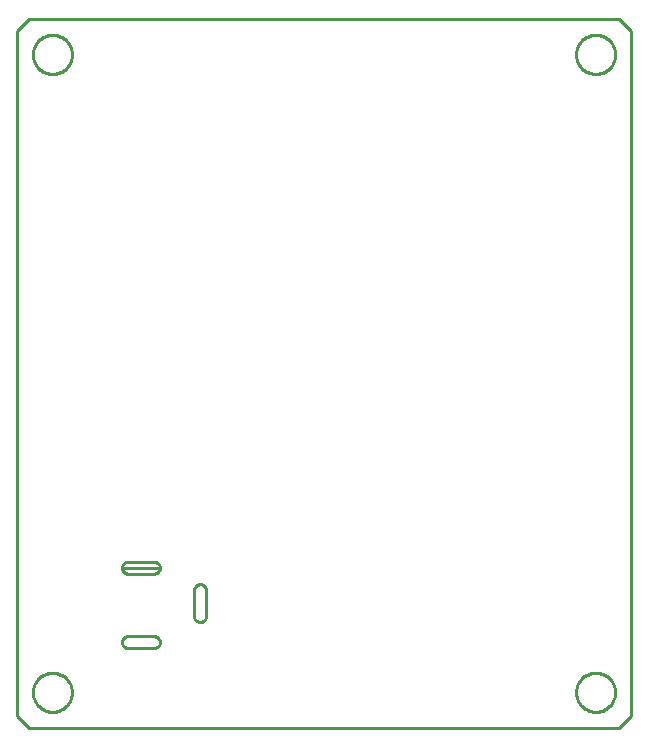
<source format=gbr>
G04 EAGLE Gerber RS-274X export*
G75*
%MOMM*%
%FSLAX34Y34*%
%LPD*%
%IN*%
%IPPOS*%
%AMOC8*
5,1,8,0,0,1.08239X$1,22.5*%
G01*
%ADD10C,0.254000*%


D10*
X0Y-10000D02*
X10000Y-20000D01*
X510000Y-20000D01*
X520000Y-10000D01*
X520000Y570000D01*
X510000Y580000D01*
X10000Y580000D01*
X0Y570000D01*
X0Y-10000D01*
X150020Y74460D02*
X150039Y74024D01*
X150096Y73592D01*
X150190Y73166D01*
X150322Y72750D01*
X150488Y72347D01*
X150690Y71960D01*
X150924Y71592D01*
X151190Y71246D01*
X151484Y70924D01*
X151806Y70630D01*
X152152Y70364D01*
X152520Y70130D01*
X152907Y69928D01*
X153310Y69762D01*
X153726Y69630D01*
X154152Y69536D01*
X154584Y69479D01*
X155020Y69460D01*
X155456Y69479D01*
X155888Y69536D01*
X156314Y69630D01*
X156730Y69762D01*
X157133Y69928D01*
X157520Y70130D01*
X157888Y70364D01*
X158234Y70630D01*
X158556Y70924D01*
X158850Y71246D01*
X159116Y71592D01*
X159350Y71960D01*
X159552Y72347D01*
X159718Y72750D01*
X159850Y73166D01*
X159944Y73592D01*
X160001Y74024D01*
X160020Y74460D01*
X160020Y96460D01*
X160001Y96896D01*
X159944Y97328D01*
X159850Y97754D01*
X159718Y98170D01*
X159552Y98573D01*
X159350Y98960D01*
X159116Y99328D01*
X158850Y99674D01*
X158556Y99996D01*
X158234Y100290D01*
X157888Y100556D01*
X157520Y100790D01*
X157133Y100992D01*
X156730Y101158D01*
X156314Y101290D01*
X155888Y101384D01*
X155456Y101441D01*
X155020Y101460D01*
X154584Y101441D01*
X154152Y101384D01*
X153726Y101290D01*
X153310Y101158D01*
X152907Y100992D01*
X152520Y100790D01*
X152152Y100556D01*
X151806Y100290D01*
X151484Y99996D01*
X151190Y99674D01*
X150924Y99328D01*
X150690Y98960D01*
X150488Y98573D01*
X150322Y98170D01*
X150190Y97754D01*
X150096Y97328D01*
X150039Y96896D01*
X150020Y96460D01*
X150020Y74460D01*
X89020Y52460D02*
X89039Y52024D01*
X89096Y51592D01*
X89190Y51166D01*
X89322Y50750D01*
X89488Y50347D01*
X89690Y49960D01*
X89924Y49592D01*
X90190Y49246D01*
X90484Y48924D01*
X90806Y48630D01*
X91152Y48364D01*
X91520Y48130D01*
X91907Y47928D01*
X92310Y47762D01*
X92726Y47630D01*
X93152Y47536D01*
X93584Y47479D01*
X94020Y47460D01*
X116020Y47460D01*
X116456Y47479D01*
X116888Y47536D01*
X117314Y47630D01*
X117730Y47762D01*
X118133Y47928D01*
X118520Y48130D01*
X118888Y48364D01*
X119234Y48630D01*
X119556Y48924D01*
X119850Y49246D01*
X120116Y49592D01*
X120350Y49960D01*
X120552Y50347D01*
X120718Y50750D01*
X120850Y51166D01*
X120944Y51592D01*
X121001Y52024D01*
X121020Y52460D01*
X121001Y52896D01*
X120944Y53328D01*
X120850Y53754D01*
X120718Y54170D01*
X120552Y54573D01*
X120350Y54960D01*
X120116Y55328D01*
X119850Y55674D01*
X119556Y55996D01*
X119234Y56290D01*
X118888Y56556D01*
X118520Y56790D01*
X118133Y56992D01*
X117730Y57158D01*
X117314Y57290D01*
X116888Y57384D01*
X116456Y57441D01*
X116020Y57460D01*
X94020Y57460D01*
X93584Y57441D01*
X93152Y57384D01*
X92726Y57290D01*
X92310Y57158D01*
X91907Y56992D01*
X91520Y56790D01*
X91152Y56556D01*
X90806Y56290D01*
X90484Y55996D01*
X90190Y55674D01*
X89924Y55328D01*
X89690Y54960D01*
X89488Y54573D01*
X89322Y54170D01*
X89190Y53754D01*
X89096Y53328D01*
X89039Y52896D01*
X89020Y52460D01*
X89020Y115460D02*
X89039Y115024D01*
X89096Y114592D01*
X89190Y114166D01*
X89322Y113750D01*
X89488Y113347D01*
X89690Y112960D01*
X89924Y112592D01*
X90190Y112246D01*
X90484Y111924D01*
X90806Y111630D01*
X91152Y111364D01*
X91520Y111130D01*
X91907Y110928D01*
X92310Y110762D01*
X92726Y110630D01*
X93152Y110536D01*
X93584Y110479D01*
X94020Y110460D01*
X116020Y110460D01*
X116456Y110479D01*
X116888Y110536D01*
X117314Y110630D01*
X117730Y110762D01*
X118133Y110928D01*
X118520Y111130D01*
X118888Y111364D01*
X119234Y111630D01*
X119556Y111924D01*
X119850Y112246D01*
X120116Y112592D01*
X120350Y112960D01*
X120552Y113347D01*
X120718Y113750D01*
X120850Y114166D01*
X120944Y114592D01*
X121001Y115024D01*
X121020Y115460D01*
X89020Y115460D01*
X89020Y115460D02*
X121020Y115460D01*
X121001Y115896D01*
X120944Y116328D01*
X120850Y116754D01*
X120718Y117170D01*
X120552Y117573D01*
X120350Y117960D01*
X120116Y118328D01*
X119850Y118674D01*
X119556Y118996D01*
X119234Y119290D01*
X118888Y119556D01*
X118520Y119790D01*
X118133Y119992D01*
X117730Y120158D01*
X117314Y120290D01*
X116888Y120384D01*
X116456Y120441D01*
X116020Y120460D01*
X94020Y120460D01*
X93584Y120441D01*
X93152Y120384D01*
X92726Y120290D01*
X92310Y120158D01*
X91907Y119992D01*
X91520Y119790D01*
X91152Y119556D01*
X90806Y119290D01*
X90484Y118996D01*
X90190Y118674D01*
X89924Y118328D01*
X89690Y117960D01*
X89488Y117573D01*
X89322Y117170D01*
X89190Y116754D01*
X89096Y116328D01*
X89039Y115896D01*
X89020Y115460D01*
X89020Y115460D02*
X89039Y115024D01*
X89096Y114592D01*
X89190Y114166D01*
X89322Y113750D01*
X89488Y113347D01*
X89690Y112960D01*
X89924Y112592D01*
X90190Y112246D01*
X90484Y111924D01*
X90806Y111630D01*
X91152Y111364D01*
X91520Y111130D01*
X91907Y110928D01*
X92310Y110762D01*
X92726Y110630D01*
X93152Y110536D01*
X93584Y110479D01*
X94020Y110460D01*
X116020Y110460D01*
X116456Y110479D01*
X116888Y110536D01*
X117314Y110630D01*
X117730Y110762D01*
X118133Y110928D01*
X118520Y111130D01*
X118888Y111364D01*
X119234Y111630D01*
X119556Y111924D01*
X119850Y112246D01*
X120116Y112592D01*
X120350Y112960D01*
X120552Y113347D01*
X120718Y113750D01*
X120850Y114166D01*
X120944Y114592D01*
X121001Y115024D01*
X121020Y115460D01*
X121001Y115896D01*
X120944Y116328D01*
X120850Y116754D01*
X120718Y117170D01*
X120552Y117573D01*
X120350Y117960D01*
X120116Y118328D01*
X119850Y118674D01*
X119556Y118996D01*
X119234Y119290D01*
X118888Y119556D01*
X118520Y119790D01*
X118133Y119992D01*
X117730Y120158D01*
X117314Y120290D01*
X116888Y120384D01*
X116456Y120441D01*
X116020Y120460D01*
X94020Y120460D01*
X93584Y120441D01*
X93152Y120384D01*
X92726Y120290D01*
X92310Y120158D01*
X91907Y119992D01*
X91520Y119790D01*
X91152Y119556D01*
X90806Y119290D01*
X90484Y118996D01*
X90190Y118674D01*
X89924Y118328D01*
X89690Y117960D01*
X89488Y117573D01*
X89322Y117170D01*
X89190Y116754D01*
X89096Y116328D01*
X89039Y115896D01*
X89020Y115460D01*
X46500Y549460D02*
X46429Y548382D01*
X46288Y547311D01*
X46078Y546251D01*
X45798Y545208D01*
X45451Y544185D01*
X45037Y543187D01*
X44560Y542218D01*
X44019Y541282D01*
X43419Y540384D01*
X42762Y539527D01*
X42049Y538715D01*
X41285Y537951D01*
X40473Y537239D01*
X39616Y536581D01*
X38718Y535981D01*
X37782Y535441D01*
X36813Y534963D01*
X35815Y534549D01*
X34792Y534202D01*
X33749Y533922D01*
X32689Y533712D01*
X31618Y533571D01*
X30540Y533500D01*
X29460Y533500D01*
X28382Y533571D01*
X27311Y533712D01*
X26251Y533922D01*
X25208Y534202D01*
X24185Y534549D01*
X23187Y534963D01*
X22218Y535441D01*
X21282Y535981D01*
X20384Y536581D01*
X19527Y537239D01*
X18715Y537951D01*
X17951Y538715D01*
X17239Y539527D01*
X16581Y540384D01*
X15981Y541282D01*
X15441Y542218D01*
X14963Y543187D01*
X14549Y544185D01*
X14202Y545208D01*
X13922Y546251D01*
X13712Y547311D01*
X13571Y548382D01*
X13500Y549460D01*
X13500Y550540D01*
X13571Y551618D01*
X13712Y552689D01*
X13922Y553749D01*
X14202Y554792D01*
X14549Y555815D01*
X14963Y556813D01*
X15441Y557782D01*
X15981Y558718D01*
X16581Y559616D01*
X17239Y560473D01*
X17951Y561285D01*
X18715Y562049D01*
X19527Y562762D01*
X20384Y563419D01*
X21282Y564019D01*
X22218Y564560D01*
X23187Y565037D01*
X24185Y565451D01*
X25208Y565798D01*
X26251Y566078D01*
X27311Y566288D01*
X28382Y566429D01*
X29460Y566500D01*
X30540Y566500D01*
X31618Y566429D01*
X32689Y566288D01*
X33749Y566078D01*
X34792Y565798D01*
X35815Y565451D01*
X36813Y565037D01*
X37782Y564560D01*
X38718Y564019D01*
X39616Y563419D01*
X40473Y562762D01*
X41285Y562049D01*
X42049Y561285D01*
X42762Y560473D01*
X43419Y559616D01*
X44019Y558718D01*
X44560Y557782D01*
X45037Y556813D01*
X45451Y555815D01*
X45798Y554792D01*
X46078Y553749D01*
X46288Y552689D01*
X46429Y551618D01*
X46500Y550540D01*
X46500Y549460D01*
X506500Y549460D02*
X506429Y548382D01*
X506288Y547311D01*
X506078Y546251D01*
X505798Y545208D01*
X505451Y544185D01*
X505037Y543187D01*
X504560Y542218D01*
X504019Y541282D01*
X503419Y540384D01*
X502762Y539527D01*
X502049Y538715D01*
X501285Y537951D01*
X500473Y537239D01*
X499616Y536581D01*
X498718Y535981D01*
X497782Y535441D01*
X496813Y534963D01*
X495815Y534549D01*
X494792Y534202D01*
X493749Y533922D01*
X492689Y533712D01*
X491618Y533571D01*
X490540Y533500D01*
X489460Y533500D01*
X488382Y533571D01*
X487311Y533712D01*
X486251Y533922D01*
X485208Y534202D01*
X484185Y534549D01*
X483187Y534963D01*
X482218Y535441D01*
X481282Y535981D01*
X480384Y536581D01*
X479527Y537239D01*
X478715Y537951D01*
X477951Y538715D01*
X477239Y539527D01*
X476581Y540384D01*
X475981Y541282D01*
X475441Y542218D01*
X474963Y543187D01*
X474549Y544185D01*
X474202Y545208D01*
X473922Y546251D01*
X473712Y547311D01*
X473571Y548382D01*
X473500Y549460D01*
X473500Y550540D01*
X473571Y551618D01*
X473712Y552689D01*
X473922Y553749D01*
X474202Y554792D01*
X474549Y555815D01*
X474963Y556813D01*
X475441Y557782D01*
X475981Y558718D01*
X476581Y559616D01*
X477239Y560473D01*
X477951Y561285D01*
X478715Y562049D01*
X479527Y562762D01*
X480384Y563419D01*
X481282Y564019D01*
X482218Y564560D01*
X483187Y565037D01*
X484185Y565451D01*
X485208Y565798D01*
X486251Y566078D01*
X487311Y566288D01*
X488382Y566429D01*
X489460Y566500D01*
X490540Y566500D01*
X491618Y566429D01*
X492689Y566288D01*
X493749Y566078D01*
X494792Y565798D01*
X495815Y565451D01*
X496813Y565037D01*
X497782Y564560D01*
X498718Y564019D01*
X499616Y563419D01*
X500473Y562762D01*
X501285Y562049D01*
X502049Y561285D01*
X502762Y560473D01*
X503419Y559616D01*
X504019Y558718D01*
X504560Y557782D01*
X505037Y556813D01*
X505451Y555815D01*
X505798Y554792D01*
X506078Y553749D01*
X506288Y552689D01*
X506429Y551618D01*
X506500Y550540D01*
X506500Y549460D01*
X506500Y9460D02*
X506429Y8382D01*
X506288Y7311D01*
X506078Y6251D01*
X505798Y5208D01*
X505451Y4185D01*
X505037Y3187D01*
X504560Y2218D01*
X504019Y1282D01*
X503419Y384D01*
X502762Y-473D01*
X502049Y-1285D01*
X501285Y-2049D01*
X500473Y-2762D01*
X499616Y-3419D01*
X498718Y-4019D01*
X497782Y-4560D01*
X496813Y-5037D01*
X495815Y-5451D01*
X494792Y-5798D01*
X493749Y-6078D01*
X492689Y-6288D01*
X491618Y-6429D01*
X490540Y-6500D01*
X489460Y-6500D01*
X488382Y-6429D01*
X487311Y-6288D01*
X486251Y-6078D01*
X485208Y-5798D01*
X484185Y-5451D01*
X483187Y-5037D01*
X482218Y-4560D01*
X481282Y-4019D01*
X480384Y-3419D01*
X479527Y-2762D01*
X478715Y-2049D01*
X477951Y-1285D01*
X477239Y-473D01*
X476581Y384D01*
X475981Y1282D01*
X475441Y2218D01*
X474963Y3187D01*
X474549Y4185D01*
X474202Y5208D01*
X473922Y6251D01*
X473712Y7311D01*
X473571Y8382D01*
X473500Y9460D01*
X473500Y10540D01*
X473571Y11618D01*
X473712Y12689D01*
X473922Y13749D01*
X474202Y14792D01*
X474549Y15815D01*
X474963Y16813D01*
X475441Y17782D01*
X475981Y18718D01*
X476581Y19616D01*
X477239Y20473D01*
X477951Y21285D01*
X478715Y22049D01*
X479527Y22762D01*
X480384Y23419D01*
X481282Y24019D01*
X482218Y24560D01*
X483187Y25037D01*
X484185Y25451D01*
X485208Y25798D01*
X486251Y26078D01*
X487311Y26288D01*
X488382Y26429D01*
X489460Y26500D01*
X490540Y26500D01*
X491618Y26429D01*
X492689Y26288D01*
X493749Y26078D01*
X494792Y25798D01*
X495815Y25451D01*
X496813Y25037D01*
X497782Y24560D01*
X498718Y24019D01*
X499616Y23419D01*
X500473Y22762D01*
X501285Y22049D01*
X502049Y21285D01*
X502762Y20473D01*
X503419Y19616D01*
X504019Y18718D01*
X504560Y17782D01*
X505037Y16813D01*
X505451Y15815D01*
X505798Y14792D01*
X506078Y13749D01*
X506288Y12689D01*
X506429Y11618D01*
X506500Y10540D01*
X506500Y9460D01*
X46500Y9460D02*
X46429Y8382D01*
X46288Y7311D01*
X46078Y6251D01*
X45798Y5208D01*
X45451Y4185D01*
X45037Y3187D01*
X44560Y2218D01*
X44019Y1282D01*
X43419Y384D01*
X42762Y-473D01*
X42049Y-1285D01*
X41285Y-2049D01*
X40473Y-2762D01*
X39616Y-3419D01*
X38718Y-4019D01*
X37782Y-4560D01*
X36813Y-5037D01*
X35815Y-5451D01*
X34792Y-5798D01*
X33749Y-6078D01*
X32689Y-6288D01*
X31618Y-6429D01*
X30540Y-6500D01*
X29460Y-6500D01*
X28382Y-6429D01*
X27311Y-6288D01*
X26251Y-6078D01*
X25208Y-5798D01*
X24185Y-5451D01*
X23187Y-5037D01*
X22218Y-4560D01*
X21282Y-4019D01*
X20384Y-3419D01*
X19527Y-2762D01*
X18715Y-2049D01*
X17951Y-1285D01*
X17239Y-473D01*
X16581Y384D01*
X15981Y1282D01*
X15441Y2218D01*
X14963Y3187D01*
X14549Y4185D01*
X14202Y5208D01*
X13922Y6251D01*
X13712Y7311D01*
X13571Y8382D01*
X13500Y9460D01*
X13500Y10540D01*
X13571Y11618D01*
X13712Y12689D01*
X13922Y13749D01*
X14202Y14792D01*
X14549Y15815D01*
X14963Y16813D01*
X15441Y17782D01*
X15981Y18718D01*
X16581Y19616D01*
X17239Y20473D01*
X17951Y21285D01*
X18715Y22049D01*
X19527Y22762D01*
X20384Y23419D01*
X21282Y24019D01*
X22218Y24560D01*
X23187Y25037D01*
X24185Y25451D01*
X25208Y25798D01*
X26251Y26078D01*
X27311Y26288D01*
X28382Y26429D01*
X29460Y26500D01*
X30540Y26500D01*
X31618Y26429D01*
X32689Y26288D01*
X33749Y26078D01*
X34792Y25798D01*
X35815Y25451D01*
X36813Y25037D01*
X37782Y24560D01*
X38718Y24019D01*
X39616Y23419D01*
X40473Y22762D01*
X41285Y22049D01*
X42049Y21285D01*
X42762Y20473D01*
X43419Y19616D01*
X44019Y18718D01*
X44560Y17782D01*
X45037Y16813D01*
X45451Y15815D01*
X45798Y14792D01*
X46078Y13749D01*
X46288Y12689D01*
X46429Y11618D01*
X46500Y10540D01*
X46500Y9460D01*
M02*

</source>
